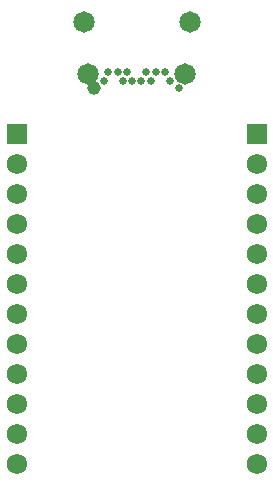
<source format=gbr>
%TF.GenerationSoftware,KiCad,Pcbnew,(6.0.2)*%
%TF.CreationDate,2022-07-01T18:11:32+02:00*%
%TF.ProjectId,Easy C3 Dev Board,45617379-2043-4332-9044-657620426f61,rev?*%
%TF.SameCoordinates,Original*%
%TF.FileFunction,Soldermask,Bot*%
%TF.FilePolarity,Negative*%
%FSLAX46Y46*%
G04 Gerber Fmt 4.6, Leading zero omitted, Abs format (unit mm)*
G04 Created by KiCad (PCBNEW (6.0.2)) date 2022-07-01 18:11:32*
%MOMM*%
%LPD*%
G01*
G04 APERTURE LIST*
%ADD10R,1.725000X1.725000*%
%ADD11C,1.725000*%
%ADD12C,1.150000*%
%ADD13C,0.650000*%
%ADD14C,1.815000*%
G04 APERTURE END LIST*
D10*
%TO.C,J3*%
X147320000Y-60960000D03*
D11*
X147320000Y-63500000D03*
X147320000Y-66040000D03*
X147320000Y-68580000D03*
X147320000Y-71120000D03*
X147320000Y-73660000D03*
X147320000Y-76200000D03*
X147320000Y-78740000D03*
X147320000Y-81280000D03*
X147320000Y-83820000D03*
X147320000Y-86360000D03*
X147320000Y-88900000D03*
%TD*%
D10*
%TO.C,J2*%
X167640000Y-60960000D03*
D11*
X167640000Y-63500000D03*
X167640000Y-66040000D03*
X167640000Y-68580000D03*
X167640000Y-71120000D03*
X167640000Y-73660000D03*
X167640000Y-76200000D03*
X167640000Y-78740000D03*
X167640000Y-81280000D03*
X167640000Y-83820000D03*
X167640000Y-86360000D03*
X167640000Y-88900000D03*
%TD*%
D12*
%TO.C,J1*%
X153880000Y-57083000D03*
D13*
X161080000Y-57083000D03*
X154680000Y-56433000D03*
X155080000Y-55733000D03*
X155880000Y-55733000D03*
X156280000Y-56433000D03*
X156680000Y-55733000D03*
X157080000Y-56433000D03*
X157880000Y-56433000D03*
X158280000Y-55733000D03*
X158680000Y-56433000D03*
X159080000Y-55733000D03*
X159880000Y-55733000D03*
X160280000Y-56433000D03*
D14*
X161610000Y-55833000D03*
X161970000Y-51443000D03*
X152990000Y-51443000D03*
X153350000Y-55833000D03*
%TD*%
M02*

</source>
